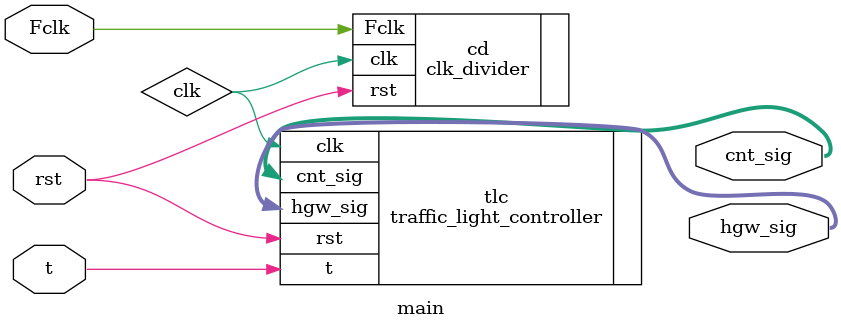
<source format=v>
`timescale 1ns / 1ps


module main(rst,Fclk,t,cnt_sig,hgw_sig);
input rst,Fclk,t;
output [1:0]cnt_sig,hgw_sig;

wire clk;
clk_divider cd(.rst(rst), .Fclk(Fclk), .clk(clk));
traffic_light_controller tlc(.rst(rst), .clk(clk), .t(t), .cnt_sig(cnt_sig), .hgw_sig(hgw_sig));

endmodule

</source>
